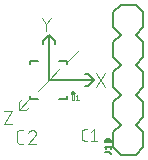
<source format=gbr>
G04 EAGLE Gerber RS-274X export*
G75*
%MOMM*%
%FSLAX34Y34*%
%LPD*%
%INSilkscreen Top*%
%IPPOS*%
%AMOC8*
5,1,8,0,0,1.08239X$1,22.5*%
G01*
%ADD10C,0.152400*%
%ADD11C,0.101600*%
%ADD12C,0.203200*%
%ADD13C,0.127000*%
%ADD14C,0.200000*%
%ADD15C,0.025400*%
%ADD16C,0.076200*%


D10*
X55880Y67310D02*
X93980Y67310D01*
X88900Y72390D02*
X86360Y72390D01*
X88900Y72390D02*
X93980Y67310D01*
X88900Y62230D01*
X86360Y62230D01*
D11*
X95758Y61468D02*
X103547Y73152D01*
X95758Y73152D02*
X103547Y61468D01*
D10*
X55880Y67310D02*
X55880Y105410D01*
X60960Y100330D02*
X60960Y97790D01*
X60960Y100330D02*
X55880Y105410D01*
X50800Y100330D01*
X50800Y97790D01*
D11*
X53933Y114625D02*
X50038Y120142D01*
X53933Y114625D02*
X57827Y120142D01*
X53933Y114625D02*
X53933Y108458D01*
X65044Y76474D02*
X55880Y67310D01*
X72116Y83546D02*
X81280Y92710D01*
X55880Y67310D02*
X46716Y58146D01*
X39644Y51074D02*
X30480Y41910D01*
X30480Y48260D02*
X33020Y50800D01*
X30480Y48260D02*
X30480Y41910D01*
X36830Y41910D01*
X39370Y44450D01*
X24779Y41402D02*
X18288Y41402D01*
X24779Y41402D02*
X18288Y29718D01*
X24779Y29718D01*
D12*
X110490Y86360D02*
X110490Y99060D01*
X116840Y105410D01*
X129540Y105410D02*
X135890Y99060D01*
X116840Y105410D02*
X110490Y111760D01*
X110490Y124460D01*
X116840Y130810D01*
X129540Y130810D02*
X135890Y124460D01*
X135890Y111760D01*
X129540Y105410D01*
X110490Y60960D02*
X116840Y54610D01*
X110490Y60960D02*
X110490Y73660D01*
X116840Y80010D01*
X129540Y80010D02*
X135890Y73660D01*
X135890Y60960D01*
X129540Y54610D01*
X116840Y80010D02*
X110490Y86360D01*
X129540Y80010D02*
X135890Y86360D01*
X135890Y99060D01*
X110490Y22860D02*
X110490Y10160D01*
X110490Y22860D02*
X116840Y29210D01*
X129540Y29210D02*
X135890Y22860D01*
X116840Y29210D02*
X110490Y35560D01*
X110490Y48260D01*
X116840Y54610D01*
X129540Y54610D02*
X135890Y48260D01*
X135890Y35560D01*
X129540Y29210D01*
X129540Y3810D02*
X116840Y3810D01*
X110490Y10160D01*
X129540Y3810D02*
X135890Y10160D01*
X135890Y22860D01*
X129540Y130810D02*
X116840Y130810D01*
D13*
X107513Y6054D02*
X103759Y6054D01*
X107513Y6053D02*
X107578Y6051D01*
X107642Y6045D01*
X107706Y6035D01*
X107770Y6022D01*
X107832Y6004D01*
X107893Y5983D01*
X107953Y5959D01*
X108011Y5930D01*
X108068Y5898D01*
X108122Y5863D01*
X108174Y5825D01*
X108224Y5783D01*
X108271Y5739D01*
X108315Y5692D01*
X108357Y5642D01*
X108395Y5590D01*
X108430Y5536D01*
X108462Y5479D01*
X108491Y5421D01*
X108515Y5361D01*
X108536Y5300D01*
X108554Y5238D01*
X108567Y5174D01*
X108577Y5110D01*
X108583Y5046D01*
X108585Y4981D01*
X108585Y4445D01*
X104831Y9002D02*
X103759Y10342D01*
X108585Y10342D01*
X108585Y9002D02*
X108585Y11683D01*
X106172Y14488D02*
X106052Y14490D01*
X105932Y14495D01*
X105812Y14504D01*
X105692Y14517D01*
X105573Y14533D01*
X105454Y14553D01*
X105336Y14577D01*
X105219Y14604D01*
X105103Y14634D01*
X104988Y14668D01*
X104873Y14706D01*
X104760Y14747D01*
X104649Y14791D01*
X104538Y14839D01*
X104429Y14890D01*
X104372Y14911D01*
X104316Y14937D01*
X104261Y14965D01*
X104209Y14997D01*
X104158Y15033D01*
X104110Y15071D01*
X104064Y15112D01*
X104021Y15156D01*
X103981Y15202D01*
X103944Y15251D01*
X103910Y15303D01*
X103879Y15356D01*
X103851Y15411D01*
X103827Y15467D01*
X103806Y15525D01*
X103789Y15584D01*
X103776Y15644D01*
X103767Y15705D01*
X103761Y15767D01*
X103759Y15828D01*
X103761Y15889D01*
X103767Y15951D01*
X103776Y16012D01*
X103789Y16072D01*
X103806Y16131D01*
X103827Y16189D01*
X103851Y16245D01*
X103879Y16300D01*
X103910Y16353D01*
X103944Y16405D01*
X103981Y16454D01*
X104021Y16500D01*
X104064Y16544D01*
X104110Y16585D01*
X104158Y16623D01*
X104209Y16659D01*
X104261Y16691D01*
X104316Y16719D01*
X104372Y16745D01*
X104429Y16766D01*
X104429Y16767D02*
X104538Y16818D01*
X104649Y16866D01*
X104760Y16910D01*
X104873Y16951D01*
X104988Y16989D01*
X105103Y17023D01*
X105219Y17053D01*
X105336Y17080D01*
X105454Y17104D01*
X105573Y17124D01*
X105692Y17140D01*
X105812Y17153D01*
X105932Y17162D01*
X106052Y17167D01*
X106172Y17169D01*
X106172Y14488D02*
X106292Y14490D01*
X106412Y14495D01*
X106532Y14504D01*
X106652Y14517D01*
X106771Y14533D01*
X106890Y14553D01*
X107008Y14577D01*
X107125Y14604D01*
X107241Y14634D01*
X107356Y14668D01*
X107471Y14706D01*
X107584Y14747D01*
X107695Y14791D01*
X107806Y14839D01*
X107915Y14890D01*
X107972Y14911D01*
X108028Y14937D01*
X108083Y14965D01*
X108135Y14997D01*
X108186Y15033D01*
X108234Y15071D01*
X108280Y15112D01*
X108323Y15156D01*
X108363Y15202D01*
X108400Y15251D01*
X108434Y15303D01*
X108465Y15356D01*
X108493Y15411D01*
X108517Y15467D01*
X108538Y15525D01*
X108555Y15584D01*
X108568Y15644D01*
X108577Y15705D01*
X108583Y15767D01*
X108585Y15828D01*
X107915Y16767D02*
X107806Y16818D01*
X107695Y16866D01*
X107584Y16910D01*
X107471Y16951D01*
X107356Y16989D01*
X107241Y17023D01*
X107125Y17053D01*
X107008Y17080D01*
X106890Y17104D01*
X106771Y17124D01*
X106652Y17140D01*
X106532Y17153D01*
X106412Y17162D01*
X106292Y17167D01*
X106172Y17169D01*
X107915Y16766D02*
X107972Y16745D01*
X108028Y16719D01*
X108083Y16691D01*
X108135Y16659D01*
X108186Y16623D01*
X108234Y16585D01*
X108280Y16544D01*
X108323Y16500D01*
X108363Y16453D01*
X108400Y16405D01*
X108434Y16353D01*
X108465Y16300D01*
X108493Y16245D01*
X108517Y16189D01*
X108538Y16131D01*
X108555Y16072D01*
X108568Y16012D01*
X108577Y15951D01*
X108583Y15889D01*
X108585Y15828D01*
X107513Y14756D02*
X104831Y16901D01*
X71680Y51510D02*
X71680Y53810D01*
X71680Y51510D02*
X64380Y51510D01*
X47380Y51510D02*
X40080Y51510D01*
X40080Y53810D01*
X71680Y80810D02*
X71680Y83110D01*
X64380Y83110D01*
X47380Y83110D02*
X40080Y83110D01*
X40080Y80810D01*
D14*
X75880Y56310D02*
X75882Y56373D01*
X75888Y56435D01*
X75898Y56497D01*
X75911Y56559D01*
X75929Y56619D01*
X75950Y56678D01*
X75975Y56736D01*
X76004Y56792D01*
X76036Y56846D01*
X76071Y56898D01*
X76109Y56947D01*
X76151Y56995D01*
X76195Y57039D01*
X76243Y57081D01*
X76292Y57119D01*
X76344Y57154D01*
X76398Y57186D01*
X76454Y57215D01*
X76512Y57240D01*
X76571Y57261D01*
X76631Y57279D01*
X76693Y57292D01*
X76755Y57302D01*
X76817Y57308D01*
X76880Y57310D01*
X76943Y57308D01*
X77005Y57302D01*
X77067Y57292D01*
X77129Y57279D01*
X77189Y57261D01*
X77248Y57240D01*
X77306Y57215D01*
X77362Y57186D01*
X77416Y57154D01*
X77468Y57119D01*
X77517Y57081D01*
X77565Y57039D01*
X77609Y56995D01*
X77651Y56947D01*
X77689Y56898D01*
X77724Y56846D01*
X77756Y56792D01*
X77785Y56736D01*
X77810Y56678D01*
X77831Y56619D01*
X77849Y56559D01*
X77862Y56497D01*
X77872Y56435D01*
X77878Y56373D01*
X77880Y56310D01*
X77878Y56247D01*
X77872Y56185D01*
X77862Y56123D01*
X77849Y56061D01*
X77831Y56001D01*
X77810Y55942D01*
X77785Y55884D01*
X77756Y55828D01*
X77724Y55774D01*
X77689Y55722D01*
X77651Y55673D01*
X77609Y55625D01*
X77565Y55581D01*
X77517Y55539D01*
X77468Y55501D01*
X77416Y55466D01*
X77362Y55434D01*
X77306Y55405D01*
X77248Y55380D01*
X77189Y55359D01*
X77129Y55341D01*
X77067Y55328D01*
X77005Y55318D01*
X76943Y55312D01*
X76880Y55310D01*
X76817Y55312D01*
X76755Y55318D01*
X76693Y55328D01*
X76631Y55341D01*
X76571Y55359D01*
X76512Y55380D01*
X76454Y55405D01*
X76398Y55434D01*
X76344Y55466D01*
X76292Y55501D01*
X76243Y55539D01*
X76195Y55581D01*
X76151Y55625D01*
X76109Y55673D01*
X76071Y55722D01*
X76036Y55774D01*
X76004Y55828D01*
X75975Y55884D01*
X75950Y55942D01*
X75929Y56001D01*
X75911Y56061D01*
X75898Y56123D01*
X75888Y56185D01*
X75882Y56247D01*
X75880Y56310D01*
D15*
X75501Y54227D02*
X75501Y51470D01*
X75500Y51470D02*
X75502Y51406D01*
X75508Y51342D01*
X75517Y51279D01*
X75531Y51216D01*
X75548Y51154D01*
X75569Y51094D01*
X75593Y51035D01*
X75622Y50977D01*
X75653Y50921D01*
X75688Y50867D01*
X75726Y50816D01*
X75767Y50766D01*
X75811Y50720D01*
X75857Y50676D01*
X75907Y50635D01*
X75958Y50597D01*
X76012Y50562D01*
X76068Y50531D01*
X76126Y50502D01*
X76185Y50478D01*
X76245Y50457D01*
X76307Y50440D01*
X76370Y50426D01*
X76433Y50417D01*
X76497Y50411D01*
X76561Y50409D01*
X76625Y50411D01*
X76689Y50417D01*
X76752Y50426D01*
X76815Y50440D01*
X76877Y50457D01*
X76937Y50478D01*
X76996Y50502D01*
X77054Y50531D01*
X77110Y50562D01*
X77164Y50597D01*
X77215Y50635D01*
X77265Y50676D01*
X77311Y50720D01*
X77355Y50766D01*
X77396Y50816D01*
X77434Y50867D01*
X77469Y50921D01*
X77500Y50977D01*
X77529Y51035D01*
X77553Y51094D01*
X77574Y51154D01*
X77591Y51216D01*
X77605Y51279D01*
X77614Y51342D01*
X77620Y51406D01*
X77622Y51470D01*
X77622Y54227D01*
X79288Y53379D02*
X80348Y54227D01*
X80348Y50409D01*
X79288Y50409D02*
X81409Y50409D01*
D11*
X34356Y13208D02*
X31759Y13208D01*
X31660Y13210D01*
X31560Y13216D01*
X31461Y13225D01*
X31363Y13238D01*
X31265Y13255D01*
X31167Y13276D01*
X31071Y13301D01*
X30976Y13329D01*
X30882Y13361D01*
X30789Y13396D01*
X30697Y13435D01*
X30607Y13478D01*
X30519Y13523D01*
X30432Y13573D01*
X30348Y13625D01*
X30265Y13681D01*
X30185Y13739D01*
X30107Y13801D01*
X30032Y13866D01*
X29959Y13934D01*
X29889Y14004D01*
X29821Y14077D01*
X29756Y14152D01*
X29694Y14230D01*
X29636Y14310D01*
X29580Y14393D01*
X29528Y14477D01*
X29478Y14564D01*
X29433Y14652D01*
X29390Y14742D01*
X29351Y14834D01*
X29316Y14927D01*
X29284Y15021D01*
X29256Y15116D01*
X29231Y15212D01*
X29210Y15310D01*
X29193Y15408D01*
X29180Y15506D01*
X29171Y15605D01*
X29165Y15705D01*
X29163Y15804D01*
X29163Y22296D01*
X29165Y22395D01*
X29171Y22495D01*
X29180Y22594D01*
X29193Y22692D01*
X29210Y22790D01*
X29231Y22888D01*
X29256Y22984D01*
X29284Y23079D01*
X29316Y23173D01*
X29351Y23266D01*
X29390Y23358D01*
X29433Y23448D01*
X29478Y23536D01*
X29528Y23623D01*
X29580Y23707D01*
X29636Y23790D01*
X29694Y23870D01*
X29756Y23948D01*
X29821Y24023D01*
X29889Y24096D01*
X29959Y24166D01*
X30032Y24234D01*
X30107Y24299D01*
X30185Y24361D01*
X30265Y24419D01*
X30348Y24475D01*
X30432Y24527D01*
X30519Y24577D01*
X30607Y24622D01*
X30697Y24665D01*
X30789Y24704D01*
X30881Y24739D01*
X30976Y24771D01*
X31071Y24799D01*
X31167Y24824D01*
X31265Y24845D01*
X31363Y24862D01*
X31461Y24875D01*
X31560Y24884D01*
X31660Y24890D01*
X31759Y24892D01*
X34356Y24892D01*
X42291Y24892D02*
X42398Y24890D01*
X42504Y24884D01*
X42610Y24874D01*
X42716Y24861D01*
X42822Y24843D01*
X42926Y24822D01*
X43030Y24797D01*
X43133Y24768D01*
X43234Y24736D01*
X43334Y24699D01*
X43433Y24659D01*
X43531Y24616D01*
X43627Y24569D01*
X43721Y24518D01*
X43813Y24464D01*
X43903Y24407D01*
X43991Y24347D01*
X44076Y24283D01*
X44159Y24216D01*
X44240Y24146D01*
X44318Y24074D01*
X44394Y23998D01*
X44466Y23920D01*
X44536Y23839D01*
X44603Y23756D01*
X44667Y23671D01*
X44727Y23583D01*
X44784Y23493D01*
X44838Y23401D01*
X44889Y23307D01*
X44936Y23211D01*
X44979Y23113D01*
X45019Y23014D01*
X45056Y22914D01*
X45088Y22813D01*
X45117Y22710D01*
X45142Y22606D01*
X45163Y22502D01*
X45181Y22396D01*
X45194Y22290D01*
X45204Y22184D01*
X45210Y22078D01*
X45212Y21971D01*
X42291Y24892D02*
X42170Y24890D01*
X42049Y24884D01*
X41929Y24874D01*
X41808Y24861D01*
X41689Y24843D01*
X41569Y24822D01*
X41451Y24797D01*
X41334Y24768D01*
X41217Y24735D01*
X41102Y24699D01*
X40988Y24658D01*
X40875Y24615D01*
X40763Y24567D01*
X40654Y24516D01*
X40546Y24461D01*
X40439Y24403D01*
X40335Y24342D01*
X40233Y24277D01*
X40133Y24209D01*
X40035Y24138D01*
X39939Y24064D01*
X39846Y23987D01*
X39756Y23906D01*
X39668Y23823D01*
X39583Y23737D01*
X39500Y23648D01*
X39421Y23557D01*
X39344Y23463D01*
X39271Y23367D01*
X39201Y23269D01*
X39134Y23168D01*
X39070Y23065D01*
X39010Y22960D01*
X38953Y22853D01*
X38899Y22745D01*
X38849Y22635D01*
X38803Y22523D01*
X38760Y22410D01*
X38721Y22295D01*
X44239Y19699D02*
X44318Y19776D01*
X44394Y19857D01*
X44467Y19940D01*
X44537Y20025D01*
X44604Y20113D01*
X44668Y20203D01*
X44728Y20295D01*
X44785Y20390D01*
X44839Y20486D01*
X44890Y20584D01*
X44937Y20684D01*
X44981Y20786D01*
X45021Y20889D01*
X45057Y20993D01*
X45089Y21099D01*
X45118Y21205D01*
X45143Y21313D01*
X45165Y21421D01*
X45182Y21531D01*
X45196Y21640D01*
X45205Y21750D01*
X45211Y21861D01*
X45213Y21971D01*
X44238Y19699D02*
X38721Y13208D01*
X45212Y13208D01*
D16*
X86121Y16051D02*
X88209Y16051D01*
X86121Y16051D02*
X86032Y16053D01*
X85944Y16059D01*
X85856Y16068D01*
X85768Y16081D01*
X85681Y16098D01*
X85595Y16118D01*
X85510Y16143D01*
X85425Y16170D01*
X85342Y16202D01*
X85261Y16236D01*
X85181Y16275D01*
X85103Y16316D01*
X85026Y16361D01*
X84952Y16409D01*
X84879Y16460D01*
X84809Y16514D01*
X84742Y16572D01*
X84676Y16632D01*
X84614Y16694D01*
X84554Y16760D01*
X84496Y16827D01*
X84442Y16897D01*
X84391Y16970D01*
X84343Y17044D01*
X84298Y17121D01*
X84257Y17199D01*
X84218Y17279D01*
X84184Y17360D01*
X84152Y17443D01*
X84125Y17528D01*
X84100Y17613D01*
X84080Y17699D01*
X84063Y17786D01*
X84050Y17874D01*
X84041Y17962D01*
X84035Y18050D01*
X84033Y18139D01*
X84032Y18139D02*
X84032Y23361D01*
X84033Y23361D02*
X84035Y23452D01*
X84041Y23543D01*
X84051Y23634D01*
X84065Y23724D01*
X84082Y23813D01*
X84104Y23901D01*
X84130Y23989D01*
X84159Y24075D01*
X84192Y24160D01*
X84229Y24243D01*
X84269Y24325D01*
X84313Y24405D01*
X84360Y24483D01*
X84411Y24559D01*
X84464Y24632D01*
X84521Y24703D01*
X84582Y24772D01*
X84645Y24837D01*
X84710Y24900D01*
X84779Y24960D01*
X84850Y25018D01*
X84923Y25071D01*
X84999Y25122D01*
X85077Y25169D01*
X85157Y25213D01*
X85239Y25253D01*
X85322Y25290D01*
X85407Y25323D01*
X85493Y25352D01*
X85581Y25378D01*
X85669Y25400D01*
X85758Y25417D01*
X85848Y25431D01*
X85939Y25441D01*
X86030Y25447D01*
X86121Y25449D01*
X88209Y25449D01*
X91678Y23361D02*
X94288Y25449D01*
X94288Y16051D01*
X91678Y16051D02*
X96899Y16051D01*
M02*

</source>
